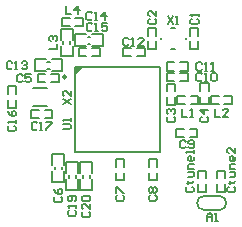
<source format=gto>
G04*
G04 #@! TF.GenerationSoftware,Altium Limited,Altium Designer,19.0.15 (446)*
G04*
G04 Layer_Color=65535*
%FSLAX24Y24*%
%MOIN*%
G70*
G01*
G75*
%ADD10C,0.0059*%
%ADD11C,0.0098*%
%ADD12C,0.0060*%
%ADD13C,0.0079*%
G36*
X-1181Y1378D02*
X-1378Y1181D01*
Y1378D01*
X-1181Y1378D01*
D02*
G37*
D10*
X3406Y-3358D02*
G03*
X3406Y-2885I0J236D01*
G01*
X2906D02*
G03*
X2906Y-3358I0J-236D01*
G01*
Y-2885D02*
X3406D01*
X2906Y-3358D02*
X3406D01*
D11*
X-1699Y1083D02*
G03*
X-1699Y1083I-49J0D01*
G01*
D12*
X1312Y2459D02*
Y2715D01*
Y2006D02*
Y2262D01*
X1037Y2459D02*
Y2715D01*
Y2006D02*
Y2262D01*
Y2006D02*
X1312D01*
X1037Y2715D02*
X1312D01*
X2300Y2337D02*
Y2384D01*
X1812Y2014D02*
X1937D01*
X1449Y2337D02*
Y2384D01*
X1812Y2707D02*
X1937D01*
X2437Y2006D02*
Y2262D01*
Y2459D02*
Y2715D01*
X2712Y2006D02*
Y2262D01*
Y2459D02*
Y2715D01*
X2437D02*
X2712D01*
X2437Y2006D02*
X2712D01*
X2106Y1289D02*
X2362D01*
X1654D02*
X1909D01*
X2106Y1565D02*
X2362D01*
X1654D02*
X1909D01*
X1654Y1289D02*
Y1565D01*
X2362Y1289D02*
Y1565D01*
X207Y2037D02*
X463D01*
X659D02*
X915D01*
X207Y1762D02*
X463D01*
X659D02*
X915D01*
Y2037D01*
X207Y1762D02*
Y2037D01*
X1654Y935D02*
Y1211D01*
X2362Y935D02*
Y1211D01*
X2106Y935D02*
X2362D01*
X1654D02*
X1909D01*
X2106Y1211D02*
X2362D01*
X1654D02*
X1909D01*
X1654Y148D02*
X1930D01*
X1654Y856D02*
X1930D01*
Y601D02*
Y856D01*
Y148D02*
Y404D01*
X1654Y601D02*
Y856D01*
Y148D02*
Y404D01*
X2450Y164D02*
X2706D01*
X1998D02*
X2254D01*
X2450Y440D02*
X2706D01*
X1998D02*
X2254Y440D01*
X1998Y164D02*
Y440D01*
X2706Y164D02*
Y440D01*
X2778Y166D02*
X3054D01*
X2778Y874D02*
X3054D01*
X3054Y618D02*
X3054Y874D01*
Y166D02*
Y422D01*
X2778Y874D02*
X2778Y618D01*
X2778Y166D02*
X2778Y422D01*
X3578Y164D02*
X3834D01*
X3126D02*
X3382D01*
X3578Y440D02*
X3834D01*
X3126D02*
X3382D01*
X3126Y164D02*
Y440D01*
X3834Y164D02*
Y440D01*
X2688Y-2047D02*
X2963D01*
X2688Y-2756D02*
X2963D01*
X2688D02*
Y-2500D01*
Y-2303D02*
Y-2047D01*
X2963Y-2756D02*
Y-2500D01*
Y-2303D02*
Y-2047D01*
X3318Y-2756D02*
X3593D01*
X3318Y-2047D02*
X3593D01*
Y-2303D02*
Y-2047D01*
Y-2756D02*
Y-2500D01*
X3318Y-2303D02*
Y-2047D01*
Y-2756D02*
Y-2500D01*
X2421Y-925D02*
X2677D01*
X1968D02*
X2224D01*
X2421Y-650D02*
X2677D01*
X1968D02*
X2224D01*
X1968Y-925D02*
Y-650D01*
X2677Y-925D02*
Y-650D01*
X-1841Y2766D02*
Y3041D01*
X-1132Y2766D02*
Y3041D01*
X-1388Y2766D02*
X-1132D01*
X-1841D02*
X-1585D01*
X-1388Y3041D02*
X-1132D01*
X-1841D02*
X-1585D01*
X-1870Y1762D02*
Y2126D01*
Y2323D02*
Y2687D01*
X-1476Y1762D02*
Y2126D01*
Y2323D02*
Y2687D01*
X-1870Y1762D02*
X-1476D01*
X-1870Y2687D02*
X-1476D01*
X-1230Y-2697D02*
Y-2333D01*
Y-2136D02*
Y-1772D01*
X-837Y-2697D02*
Y-2333D01*
Y-2136D02*
Y-1772D01*
X-1230D02*
X-837D01*
X-1230Y-2697D02*
X-837D01*
X-1693D02*
Y-2333D01*
Y-2136D02*
Y-1772D01*
X-1299Y-2697D02*
Y-2333D01*
Y-2136D02*
Y-1772D01*
X-1693D02*
X-1299D01*
X-1693Y-2697D02*
X-1299D01*
X-3377Y512D02*
Y768D01*
Y59D02*
Y315D01*
X-3652Y512D02*
Y768D01*
Y59D02*
Y315D01*
Y59D02*
X-3377D01*
X-3652Y768D02*
X-3377D01*
X-2865Y-30D02*
X-2609D01*
X-2412D02*
X-2156D01*
X-2865Y-305D02*
X-2609D01*
X-2412D02*
X-2156D01*
Y-30D01*
X-2865Y-305D02*
Y-30D01*
X-2648Y1171D02*
X-2392D01*
X-2195D02*
X-1939D01*
X-2648Y896D02*
X-2392D01*
X-2195D02*
X-1939D01*
Y1171D01*
X-2648Y896D02*
Y1171D01*
X-2746Y1663D02*
X-2382D01*
X-2185D02*
X-1821D01*
X-2746Y1270D02*
X-2382D01*
X-2185D02*
X-1821D01*
Y1663D01*
X-2746Y1270D02*
Y1663D01*
X-2160Y-2411D02*
Y-2047D01*
Y-1850D02*
Y-1486D01*
X-1766Y-2411D02*
Y-2047D01*
Y-1850D02*
Y-1486D01*
X-2160D02*
X-1766D01*
X-2160Y-2411D02*
X-1766D01*
X-39Y-2372D02*
Y-2116D01*
Y-1919D02*
Y-1663D01*
X236Y-2372D02*
Y-2116D01*
Y-1919D02*
Y-1663D01*
X-39D02*
X236D01*
X-39Y-2372D02*
X236D01*
X1053D02*
Y-2116D01*
Y-1919D02*
Y-1663D01*
X1329Y-2372D02*
Y-2116D01*
Y-1919D02*
Y-1663D01*
X1053D02*
X1329D01*
X1053Y-2372D02*
X1329D01*
X-576Y1762D02*
Y2038D01*
X-1284Y1762D02*
Y2038D01*
X-1028D01*
X-832D02*
X-576D01*
X-1284Y1762D02*
X-1028D01*
X-832D02*
X-576D01*
X-1388Y2112D02*
Y2506D01*
X-463Y2112D02*
Y2506D01*
X-827Y2112D02*
X-463D01*
X-1388D02*
X-1024D01*
X-827Y2506D02*
X-463D01*
X-1388D02*
X-1024D01*
X1082Y3011D02*
X1037Y2966D01*
Y2876D01*
X1082Y2831D01*
X1262D01*
X1307Y2876D01*
Y2966D01*
X1262Y3011D01*
X1307Y3280D02*
Y3101D01*
X1127Y3280D01*
X1082D01*
X1037Y3235D01*
Y3146D01*
X1082Y3101D01*
X1687Y3121D02*
X1867Y2851D01*
Y3121D02*
X1687Y2851D01*
X1957D02*
X2047D01*
X2002D01*
Y3121D01*
X1957Y3076D01*
X2492Y3011D02*
X2447Y2966D01*
Y2876D01*
X2492Y2831D01*
X2672D01*
X2717Y2876D01*
Y2966D01*
X2672Y3011D01*
X2717Y3101D02*
Y3191D01*
Y3146D01*
X2447D01*
X2492Y3101D01*
X2827Y1517D02*
X2782Y1562D01*
X2692D01*
X2647Y1517D01*
Y1337D01*
X2692Y1292D01*
X2782D01*
X2827Y1337D01*
X2917Y1292D02*
X3007D01*
X2962D01*
Y1562D01*
X2917Y1517D01*
X3142Y1292D02*
X3232D01*
X3187D01*
Y1562D01*
X3142Y1517D01*
X389Y2348D02*
X344Y2393D01*
X254D01*
X209Y2348D01*
Y2168D01*
X254Y2123D01*
X344D01*
X389Y2168D01*
X479Y2123D02*
X569D01*
X524D01*
Y2393D01*
X479Y2348D01*
X883Y2123D02*
X703D01*
X883Y2303D01*
Y2348D01*
X838Y2393D01*
X748D01*
X703Y2348D01*
X2827Y1167D02*
X2782Y1212D01*
X2692D01*
X2647Y1167D01*
Y987D01*
X2692Y942D01*
X2782D01*
X2827Y987D01*
X2917Y942D02*
X3007D01*
X2962D01*
Y1212D01*
X2917Y1167D01*
X3142D02*
X3187Y1212D01*
X3277D01*
X3322Y1167D01*
Y987D01*
X3277Y942D01*
X3187D01*
X3142Y987D01*
Y1167D01*
X1702Y-250D02*
X1658Y-295D01*
Y-385D01*
X1702Y-430D01*
X1882D01*
X1927Y-385D01*
Y-295D01*
X1882Y-250D01*
X1702Y-160D02*
X1658Y-115D01*
Y-25D01*
X1702Y20D01*
X1747D01*
X1792Y-25D01*
Y-70D01*
Y-25D01*
X1837Y20D01*
X1882D01*
X1927Y-25D01*
Y-115D01*
X1882Y-160D01*
X2167Y20D02*
Y-250D01*
X2347D01*
X2437D02*
X2527D01*
X2482D01*
Y20D01*
X2437Y-25D01*
X2822Y-250D02*
X2778Y-295D01*
Y-385D01*
X2822Y-430D01*
X3002D01*
X3047Y-385D01*
Y-295D01*
X3002Y-250D01*
X3047Y-25D02*
X2778D01*
X2912Y-160D01*
Y20D01*
X3257Y20D02*
Y-250D01*
X3437D01*
X3707D02*
X3527D01*
X3707Y-70D01*
Y-25D01*
X3662Y20D01*
X3572D01*
X3527Y-25D01*
X2996Y-3712D02*
Y-3532D01*
X3085Y-3442D01*
X3175Y-3532D01*
Y-3712D01*
Y-3577D01*
X2996D01*
X3265Y-3712D02*
X3355D01*
X3310D01*
Y-3442D01*
X3265Y-3487D01*
X2331Y-2582D02*
X2286Y-2627D01*
Y-2717D01*
X2331Y-2762D01*
X2511D01*
X2556Y-2717D01*
Y-2627D01*
X2511Y-2582D01*
X2331Y-2447D02*
X2376D01*
Y-2492D01*
Y-2402D01*
Y-2447D01*
X2511D01*
X2556Y-2402D01*
X2376Y-2267D02*
X2511D01*
X2556Y-2222D01*
Y-2087D01*
X2376D01*
X2556Y-1997D02*
X2376D01*
Y-1862D01*
X2421Y-1817D01*
X2556D01*
Y-1592D02*
Y-1682D01*
X2511Y-1727D01*
X2421D01*
X2376Y-1682D01*
Y-1592D01*
X2421Y-1547D01*
X2466D01*
Y-1727D01*
X2556Y-1457D02*
Y-1367D01*
Y-1412D01*
X2286D01*
X2331Y-1457D01*
X3721Y-2582D02*
X3676Y-2627D01*
Y-2717D01*
X3721Y-2762D01*
X3901D01*
X3946Y-2717D01*
Y-2627D01*
X3901Y-2582D01*
X3721Y-2447D02*
X3766D01*
Y-2492D01*
Y-2402D01*
Y-2447D01*
X3901D01*
X3946Y-2402D01*
X3766Y-2267D02*
X3901D01*
X3946Y-2222D01*
Y-2087D01*
X3766D01*
X3946Y-1997D02*
X3766D01*
Y-1862D01*
X3811Y-1817D01*
X3946D01*
Y-1592D02*
Y-1682D01*
X3901Y-1727D01*
X3811D01*
X3766Y-1682D01*
Y-1592D01*
X3811Y-1547D01*
X3856D01*
Y-1727D01*
X3946Y-1277D02*
Y-1457D01*
X3766Y-1277D01*
X3721D01*
X3676Y-1322D01*
Y-1412D01*
X3721Y-1457D01*
X2290Y-1075D02*
X2245Y-1030D01*
X2155D01*
X2110Y-1075D01*
Y-1255D01*
X2155Y-1300D01*
X2245D01*
X2290Y-1255D01*
X2380D02*
X2425Y-1300D01*
X2515D01*
X2560Y-1255D01*
Y-1075D01*
X2515Y-1030D01*
X2425D01*
X2380Y-1075D01*
Y-1120D01*
X2425Y-1165D01*
X2560D01*
X-1700Y3440D02*
Y3170D01*
X-1520D01*
X-1295D02*
Y3440D01*
X-1430Y3305D01*
X-1250D01*
X-2256Y2000D02*
X-1986D01*
Y2180D01*
X-2211Y2270D02*
X-2256Y2315D01*
Y2405D01*
X-2211Y2450D01*
X-2166D01*
X-2121Y2405D01*
Y2360D01*
Y2405D01*
X-2076Y2450D01*
X-2031D01*
X-1986Y2405D01*
Y2315D01*
X-2031Y2270D01*
X-1128Y-3420D02*
X-1172Y-3465D01*
Y-3555D01*
X-1128Y-3600D01*
X-948D01*
X-903Y-3555D01*
Y-3465D01*
X-948Y-3420D01*
X-903Y-3150D02*
Y-3330D01*
X-1083Y-3150D01*
X-1128D01*
X-1172Y-3195D01*
Y-3285D01*
X-1128Y-3330D01*
Y-3060D02*
X-1172Y-3015D01*
Y-2925D01*
X-1128Y-2880D01*
X-948D01*
X-903Y-2925D01*
Y-3015D01*
X-948Y-3060D01*
X-1128D01*
X-3500Y1555D02*
X-3545Y1600D01*
X-3635D01*
X-3680Y1555D01*
Y1375D01*
X-3635Y1330D01*
X-3545D01*
X-3500Y1375D01*
X-3410Y1330D02*
X-3320D01*
X-3365D01*
Y1600D01*
X-3410Y1555D01*
X-3185D02*
X-3140Y1600D01*
X-3050D01*
X-3005Y1555D01*
Y1510D01*
X-3050Y1465D01*
X-3095D01*
X-3050D01*
X-3005Y1420D01*
Y1375D01*
X-3050Y1330D01*
X-3140D01*
X-3185Y1375D01*
X-1800Y170D02*
X-1530Y350D01*
X-1800D02*
X-1530Y170D01*
Y620D02*
Y440D01*
X-1710Y620D01*
X-1755D01*
X-1800Y575D01*
Y485D01*
X-1755Y440D01*
X-1819Y-660D02*
X-1594D01*
X-1549Y-615D01*
Y-525D01*
X-1594Y-480D01*
X-1819D01*
X-1549Y-390D02*
Y-300D01*
Y-345D01*
X-1819D01*
X-1774Y-390D01*
X5Y-2870D02*
X-40Y-2915D01*
Y-3005D01*
X5Y-3050D01*
X185D01*
X230Y-3005D01*
Y-2915D01*
X185Y-2870D01*
X-40Y-2780D02*
Y-2600D01*
X5D01*
X185Y-2780D01*
X230D01*
X1095Y-2870D02*
X1050Y-2915D01*
Y-3005D01*
X1095Y-3050D01*
X1275D01*
X1320Y-3005D01*
Y-2915D01*
X1275Y-2870D01*
X1095Y-2780D02*
X1050Y-2735D01*
Y-2645D01*
X1095Y-2600D01*
X1140D01*
X1185Y-2645D01*
X1230Y-2600D01*
X1275D01*
X1320Y-2645D01*
Y-2735D01*
X1275Y-2780D01*
X1230D01*
X1185Y-2735D01*
X1140Y-2780D01*
X1095D01*
X1185Y-2735D02*
Y-2645D01*
X-2055Y-2920D02*
X-2100Y-2965D01*
Y-3055D01*
X-2055Y-3100D01*
X-1875D01*
X-1830Y-3055D01*
Y-2965D01*
X-1875Y-2920D01*
X-2100Y-2650D02*
X-2055Y-2740D01*
X-1965Y-2830D01*
X-1875D01*
X-1830Y-2785D01*
Y-2695D01*
X-1875Y-2650D01*
X-1920D01*
X-1965Y-2695D01*
Y-2830D01*
X-3150Y1125D02*
X-3195Y1170D01*
X-3285D01*
X-3330Y1125D01*
Y945D01*
X-3285Y900D01*
X-3195D01*
X-3150Y945D01*
X-2880Y1170D02*
X-3060D01*
Y1035D01*
X-2970Y1080D01*
X-2925D01*
X-2880Y1035D01*
Y945D01*
X-2925Y900D01*
X-3015D01*
X-3060Y945D01*
X-3605Y-550D02*
X-3650Y-595D01*
Y-685D01*
X-3605Y-730D01*
X-3425D01*
X-3380Y-685D01*
Y-595D01*
X-3425Y-550D01*
X-3380Y-460D02*
Y-370D01*
Y-415D01*
X-3650D01*
X-3605Y-460D01*
X-3650Y-55D02*
X-3605Y-145D01*
X-3515Y-235D01*
X-3425D01*
X-3380Y-190D01*
Y-100D01*
X-3425Y-55D01*
X-3470D01*
X-3515Y-100D01*
Y-235D01*
X-2670Y-465D02*
X-2715Y-420D01*
X-2805D01*
X-2850Y-465D01*
Y-645D01*
X-2805Y-690D01*
X-2715D01*
X-2670Y-645D01*
X-2580Y-690D02*
X-2490D01*
X-2535D01*
Y-420D01*
X-2580Y-465D01*
X-2355Y-420D02*
X-2175D01*
Y-465D01*
X-2355Y-645D01*
Y-690D01*
X-1587Y-3370D02*
X-1632Y-3415D01*
Y-3505D01*
X-1587Y-3550D01*
X-1408D01*
X-1363Y-3505D01*
Y-3415D01*
X-1408Y-3370D01*
X-1363Y-3280D02*
Y-3190D01*
Y-3235D01*
X-1632D01*
X-1587Y-3280D01*
X-1408Y-3055D02*
X-1363Y-3010D01*
Y-2920D01*
X-1408Y-2875D01*
X-1587D01*
X-1632Y-2920D01*
Y-3010D01*
X-1587Y-3055D01*
X-1543D01*
X-1498Y-3010D01*
Y-2875D01*
X-830Y2835D02*
X-875Y2880D01*
X-965D01*
X-1010Y2835D01*
Y2655D01*
X-965Y2610D01*
X-875D01*
X-830Y2655D01*
X-740Y2610D02*
X-650D01*
X-695D01*
Y2880D01*
X-740Y2835D01*
X-335Y2880D02*
X-515D01*
Y2745D01*
X-425Y2790D01*
X-380D01*
X-335Y2745D01*
Y2655D01*
X-380Y2610D01*
X-470D01*
X-515Y2655D01*
X-840Y3195D02*
X-885Y3240D01*
X-975D01*
X-1020Y3195D01*
Y3015D01*
X-975Y2970D01*
X-885D01*
X-840Y3015D01*
X-750Y2970D02*
X-660D01*
X-705D01*
Y3240D01*
X-750Y3195D01*
X-390Y2970D02*
Y3240D01*
X-525Y3105D01*
X-345D01*
D13*
X-1791Y2185D02*
Y2264D01*
X-1555Y2185D02*
Y2264D01*
X-2806Y699D02*
X-2334D01*
X-2806Y108D02*
X-2334D01*
X-1417Y-1417D02*
X1417D01*
X-1417Y1417D02*
X1417D01*
Y-1417D02*
Y1417D01*
X-1417Y-1417D02*
Y1417D01*
X-1152Y-2274D02*
Y-2195D01*
X-915Y-2274D02*
Y-2195D01*
X-1614Y-2274D02*
Y-2195D01*
X-1378Y-2274D02*
Y-2195D01*
X-2323Y1585D02*
X-2244D01*
X-2323Y1348D02*
X-2244D01*
X-2081Y-1988D02*
Y-1909D01*
X-1845Y-1988D02*
Y-1909D01*
X-965Y2191D02*
X-886D01*
X-965Y2427D02*
X-886D01*
M02*

</source>
